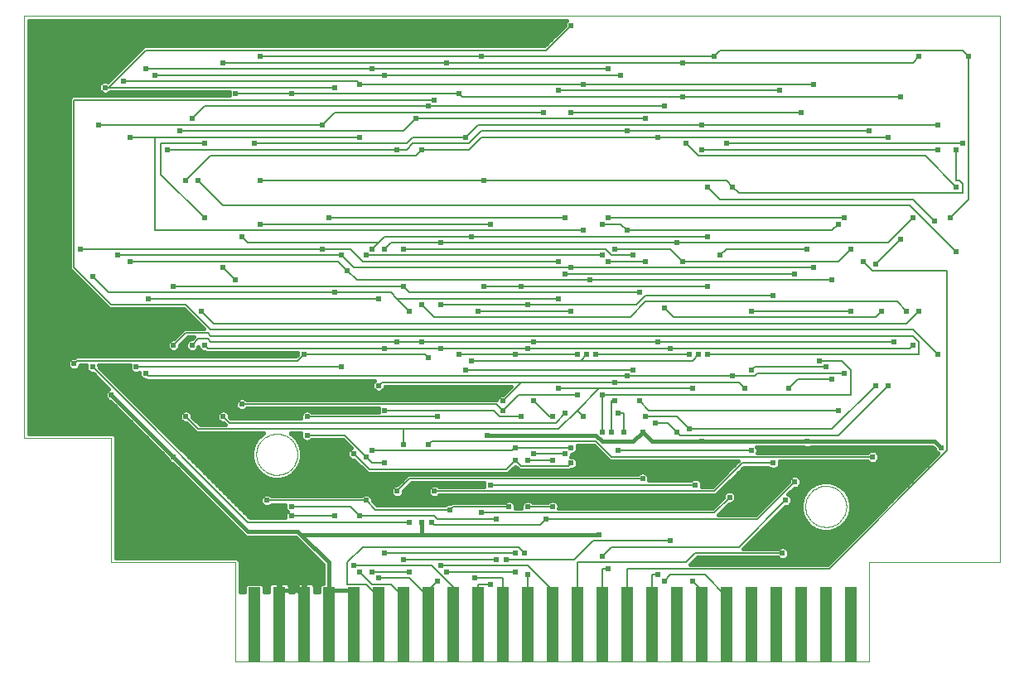
<source format=gbl>
G75*
%MOIN*%
%OFA0B0*%
%FSLAX24Y24*%
%IPPOS*%
%LPD*%
%AMOC8*
5,1,8,0,0,1.08239X$1,22.5*
%
%ADD10C,0.0000*%
%ADD11R,0.0500X0.3000*%
%ADD12C,0.0160*%
%ADD13C,0.0240*%
%ADD14C,0.0070*%
D10*
X005180Y005180D02*
X010180Y005180D01*
X010180Y001180D01*
X035680Y001180D01*
X035680Y005180D01*
X040930Y005180D01*
X040930Y027180D01*
X001680Y027180D01*
X001680Y010180D01*
X005180Y010180D01*
X005180Y005180D01*
X011009Y009534D02*
X011011Y009591D01*
X011017Y009648D01*
X011027Y009704D01*
X011040Y009760D01*
X011058Y009814D01*
X011079Y009867D01*
X011104Y009918D01*
X011132Y009968D01*
X011164Y010015D01*
X011198Y010061D01*
X011236Y010103D01*
X011277Y010143D01*
X011320Y010181D01*
X011366Y010215D01*
X011414Y010245D01*
X011464Y010273D01*
X011516Y010297D01*
X011570Y010317D01*
X011624Y010333D01*
X011680Y010346D01*
X011736Y010355D01*
X011793Y010360D01*
X011850Y010361D01*
X011907Y010358D01*
X011964Y010351D01*
X012020Y010340D01*
X012075Y010326D01*
X012129Y010307D01*
X012182Y010285D01*
X012233Y010260D01*
X012282Y010230D01*
X012329Y010198D01*
X012374Y010162D01*
X012416Y010124D01*
X012455Y010082D01*
X012491Y010038D01*
X012525Y009992D01*
X012555Y009943D01*
X012581Y009893D01*
X012604Y009841D01*
X012623Y009787D01*
X012639Y009732D01*
X012651Y009676D01*
X012659Y009619D01*
X012663Y009563D01*
X012663Y009505D01*
X012659Y009449D01*
X012651Y009392D01*
X012639Y009336D01*
X012623Y009281D01*
X012604Y009227D01*
X012581Y009175D01*
X012555Y009125D01*
X012525Y009076D01*
X012491Y009030D01*
X012455Y008986D01*
X012416Y008944D01*
X012374Y008906D01*
X012329Y008870D01*
X012282Y008838D01*
X012233Y008808D01*
X012182Y008783D01*
X012129Y008761D01*
X012075Y008742D01*
X012020Y008728D01*
X011964Y008717D01*
X011907Y008710D01*
X011850Y008707D01*
X011793Y008708D01*
X011736Y008713D01*
X011680Y008722D01*
X011624Y008735D01*
X011570Y008751D01*
X011516Y008771D01*
X011464Y008795D01*
X011414Y008823D01*
X011366Y008853D01*
X011320Y008887D01*
X011277Y008925D01*
X011236Y008965D01*
X011198Y009007D01*
X011164Y009053D01*
X011132Y009100D01*
X011104Y009150D01*
X011079Y009201D01*
X011058Y009254D01*
X011040Y009308D01*
X011027Y009364D01*
X011017Y009420D01*
X011011Y009477D01*
X011009Y009534D01*
X033098Y007435D02*
X033100Y007492D01*
X033106Y007549D01*
X033116Y007605D01*
X033129Y007661D01*
X033147Y007715D01*
X033168Y007768D01*
X033193Y007819D01*
X033221Y007869D01*
X033253Y007916D01*
X033287Y007962D01*
X033325Y008004D01*
X033366Y008044D01*
X033409Y008082D01*
X033455Y008116D01*
X033503Y008146D01*
X033553Y008174D01*
X033605Y008198D01*
X033659Y008218D01*
X033713Y008234D01*
X033769Y008247D01*
X033825Y008256D01*
X033882Y008261D01*
X033939Y008262D01*
X033996Y008259D01*
X034053Y008252D01*
X034109Y008241D01*
X034164Y008227D01*
X034218Y008208D01*
X034271Y008186D01*
X034322Y008161D01*
X034371Y008131D01*
X034418Y008099D01*
X034463Y008063D01*
X034505Y008025D01*
X034544Y007983D01*
X034580Y007939D01*
X034614Y007893D01*
X034644Y007844D01*
X034670Y007794D01*
X034693Y007742D01*
X034712Y007688D01*
X034728Y007633D01*
X034740Y007577D01*
X034748Y007520D01*
X034752Y007464D01*
X034752Y007406D01*
X034748Y007350D01*
X034740Y007293D01*
X034728Y007237D01*
X034712Y007182D01*
X034693Y007128D01*
X034670Y007076D01*
X034644Y007026D01*
X034614Y006977D01*
X034580Y006931D01*
X034544Y006887D01*
X034505Y006845D01*
X034463Y006807D01*
X034418Y006771D01*
X034371Y006739D01*
X034322Y006709D01*
X034271Y006684D01*
X034218Y006662D01*
X034164Y006643D01*
X034109Y006629D01*
X034053Y006618D01*
X033996Y006611D01*
X033939Y006608D01*
X033882Y006609D01*
X033825Y006614D01*
X033769Y006623D01*
X033713Y006636D01*
X033659Y006652D01*
X033605Y006672D01*
X033553Y006696D01*
X033503Y006724D01*
X033455Y006754D01*
X033409Y006788D01*
X033366Y006826D01*
X033325Y006866D01*
X033287Y006908D01*
X033253Y006954D01*
X033221Y007001D01*
X033193Y007051D01*
X033168Y007102D01*
X033147Y007155D01*
X033129Y007209D01*
X033116Y007265D01*
X033106Y007321D01*
X033100Y007378D01*
X033098Y007435D01*
D11*
X032930Y002680D03*
X031930Y002680D03*
X030930Y002680D03*
X029930Y002680D03*
X028930Y002680D03*
X027930Y002680D03*
X026930Y002680D03*
X025930Y002680D03*
X024930Y002680D03*
X023930Y002680D03*
X022930Y002680D03*
X021930Y002680D03*
X020930Y002680D03*
X019930Y002680D03*
X018930Y002680D03*
X017930Y002680D03*
X016930Y002680D03*
X015930Y002680D03*
X014930Y002680D03*
X013930Y002680D03*
X012930Y002680D03*
X011930Y002680D03*
X010930Y002680D03*
X033930Y002680D03*
X034930Y002680D03*
D12*
X033983Y005105D02*
X028477Y005105D01*
X028752Y005380D01*
X031987Y005380D01*
X032033Y005335D01*
X032128Y005295D01*
X032232Y005295D01*
X032327Y005335D01*
X032400Y005408D01*
X032440Y005503D01*
X032440Y005607D01*
X032400Y005702D01*
X032327Y005775D01*
X032232Y005815D01*
X032128Y005815D01*
X032033Y005775D01*
X031987Y005730D01*
X030602Y005730D01*
X030605Y005733D01*
X032292Y007420D01*
X032357Y007420D01*
X032452Y007460D01*
X032525Y007533D01*
X032565Y007628D01*
X032565Y007732D01*
X032525Y007827D01*
X032452Y007900D01*
X032414Y007916D01*
X032667Y008170D01*
X032732Y008170D01*
X032827Y008210D01*
X032900Y008283D01*
X032940Y008378D01*
X032940Y008482D01*
X032900Y008577D01*
X032827Y008650D01*
X032732Y008690D01*
X032628Y008690D01*
X032533Y008650D01*
X032460Y008577D01*
X032420Y008482D01*
X032420Y008417D01*
X031108Y007105D01*
X029602Y007105D01*
X030042Y007545D01*
X030107Y007545D01*
X030202Y007585D01*
X030275Y007658D01*
X030315Y007753D01*
X030315Y007857D01*
X030275Y007952D01*
X030202Y008025D01*
X030107Y008065D01*
X030003Y008065D01*
X029908Y008025D01*
X029835Y007952D01*
X029795Y007857D01*
X029795Y007792D01*
X029358Y007355D01*
X023180Y007355D01*
X023190Y007378D01*
X023190Y007482D01*
X023150Y007577D01*
X023077Y007650D01*
X022982Y007690D01*
X022878Y007690D01*
X022783Y007650D01*
X022737Y007605D01*
X022123Y007605D01*
X022077Y007650D01*
X021982Y007690D01*
X021878Y007690D01*
X021783Y007650D01*
X021710Y007577D01*
X021670Y007482D01*
X021670Y007378D01*
X021680Y007355D01*
X021430Y007355D01*
X021440Y007378D01*
X021440Y007482D01*
X021400Y007577D01*
X021327Y007650D01*
X021232Y007690D01*
X021128Y007690D01*
X021033Y007650D01*
X020987Y007605D01*
X018858Y007605D01*
X018818Y007565D01*
X018753Y007565D01*
X018658Y007525D01*
X018612Y007480D01*
X015877Y007480D01*
X015690Y007667D01*
X015690Y007732D01*
X015650Y007827D01*
X015577Y007900D01*
X015482Y007940D01*
X015378Y007940D01*
X015283Y007900D01*
X015237Y007855D01*
X011623Y007855D01*
X011577Y007900D01*
X011482Y007940D01*
X011378Y007940D01*
X011283Y007900D01*
X011210Y007827D01*
X011170Y007732D01*
X011170Y007628D01*
X011210Y007533D01*
X011283Y007460D01*
X011378Y007420D01*
X011482Y007420D01*
X011577Y007460D01*
X011623Y007505D01*
X012180Y007505D01*
X012170Y007482D01*
X012170Y007378D01*
X012210Y007283D01*
X012250Y007243D01*
X012210Y007202D01*
X012170Y007107D01*
X012170Y007003D01*
X012180Y006980D01*
X010752Y006980D01*
X004690Y013042D01*
X004690Y013107D01*
X004680Y013130D01*
X005930Y013130D01*
X005920Y013107D01*
X005920Y013003D01*
X005960Y012908D01*
X006033Y012835D01*
X006128Y012795D01*
X006232Y012795D01*
X006295Y012821D01*
X006295Y012753D01*
X006335Y012658D01*
X006408Y012585D01*
X006503Y012545D01*
X006568Y012545D01*
X006608Y012505D01*
X015762Y012505D01*
X015710Y012452D01*
X015670Y012357D01*
X015670Y012253D01*
X015710Y012158D01*
X015783Y012085D01*
X015878Y012045D01*
X015982Y012045D01*
X016077Y012085D01*
X016150Y012158D01*
X016190Y012253D01*
X016190Y012255D01*
X021258Y012255D01*
X020943Y011940D01*
X020878Y011940D01*
X020783Y011900D01*
X020710Y011827D01*
X020670Y011732D01*
X020670Y011730D01*
X010623Y011730D01*
X010577Y011775D01*
X010482Y011815D01*
X010378Y011815D01*
X010283Y011775D01*
X010210Y011702D01*
X010170Y011607D01*
X010170Y011503D01*
X010210Y011408D01*
X010283Y011335D01*
X010378Y011295D01*
X010482Y011295D01*
X010577Y011335D01*
X010623Y011380D01*
X015930Y011380D01*
X015920Y011357D01*
X015920Y011253D01*
X015930Y011230D01*
X013248Y011230D01*
X013202Y011275D01*
X013107Y011315D01*
X013003Y011315D01*
X012908Y011275D01*
X012835Y011202D01*
X012795Y011107D01*
X012795Y011003D01*
X012805Y010980D01*
X010002Y010980D01*
X009940Y011042D01*
X009940Y011107D01*
X009900Y011202D01*
X009827Y011275D01*
X009732Y011315D01*
X009628Y011315D01*
X009533Y011275D01*
X009460Y011202D01*
X009420Y011107D01*
X009420Y011003D01*
X009460Y010908D01*
X009533Y010835D01*
X009628Y010795D01*
X009693Y010795D01*
X009755Y010733D01*
X009758Y010730D01*
X008752Y010730D01*
X008440Y011042D01*
X008440Y011107D01*
X008400Y011202D01*
X008327Y011275D01*
X008232Y011315D01*
X008128Y011315D01*
X008033Y011275D01*
X007960Y011202D01*
X007920Y011107D01*
X007920Y011003D01*
X007960Y010908D01*
X008033Y010835D01*
X008128Y010795D01*
X008193Y010795D01*
X008505Y010483D01*
X008608Y010380D01*
X011288Y010380D01*
X011218Y010339D01*
X011030Y010152D01*
X010898Y009922D01*
X010829Y009666D01*
X010829Y009401D01*
X010898Y009145D01*
X011030Y008916D01*
X011218Y008728D01*
X011447Y008596D01*
X011703Y008527D01*
X011968Y008527D01*
X012224Y008596D01*
X012454Y008728D01*
X012641Y008916D01*
X012774Y009145D01*
X012843Y009401D01*
X012843Y009666D01*
X012774Y009922D01*
X012641Y010152D01*
X012454Y010339D01*
X012383Y010380D01*
X012805Y010380D01*
X012795Y010357D01*
X012795Y010253D01*
X012835Y010158D01*
X012908Y010085D01*
X013003Y010045D01*
X013107Y010045D01*
X013202Y010085D01*
X013248Y010130D01*
X014483Y010130D01*
X014821Y009791D01*
X014783Y009775D01*
X014710Y009702D01*
X014670Y009607D01*
X014670Y009503D01*
X014710Y009408D01*
X014783Y009335D01*
X014878Y009295D01*
X014943Y009295D01*
X015483Y008755D01*
X021127Y008755D01*
X021230Y008858D01*
X021417Y009045D01*
X021443Y009045D01*
X021505Y008983D01*
X021608Y008880D01*
X023627Y008880D01*
X023667Y008920D01*
X023732Y008920D01*
X023827Y008960D01*
X023900Y009033D01*
X023940Y009128D01*
X023940Y009232D01*
X023900Y009327D01*
X023827Y009400D01*
X023732Y009440D01*
X023664Y009440D01*
X023690Y009503D01*
X023690Y009545D01*
X023732Y009545D01*
X023827Y009585D01*
X023900Y009658D01*
X023940Y009753D01*
X023940Y009857D01*
X023930Y009880D01*
X024608Y009880D01*
X025130Y009358D01*
X025233Y009255D01*
X030383Y009255D01*
X030380Y009252D01*
X029358Y008230D01*
X028930Y008230D01*
X028940Y008253D01*
X028940Y008357D01*
X028900Y008452D01*
X028827Y008525D01*
X028732Y008565D01*
X028628Y008565D01*
X028533Y008525D01*
X028487Y008480D01*
X026805Y008480D01*
X026815Y008503D01*
X026815Y008607D01*
X026775Y008702D01*
X026702Y008775D01*
X026607Y008815D01*
X026503Y008815D01*
X026408Y008775D01*
X026362Y008730D01*
X017108Y008730D01*
X017005Y008627D01*
X016693Y008315D01*
X016628Y008315D01*
X016533Y008275D01*
X016460Y008202D01*
X016420Y008107D01*
X016420Y008003D01*
X016460Y007908D01*
X016533Y007835D01*
X016628Y007795D01*
X016732Y007795D01*
X016827Y007835D01*
X016900Y007908D01*
X016940Y008003D01*
X016940Y008068D01*
X017252Y008380D01*
X020180Y008380D01*
X020170Y008357D01*
X020170Y008253D01*
X020180Y008230D01*
X018373Y008230D01*
X018327Y008275D01*
X018232Y008315D01*
X018128Y008315D01*
X018033Y008275D01*
X017960Y008202D01*
X017920Y008107D01*
X017920Y008003D01*
X017960Y007908D01*
X018033Y007835D01*
X018128Y007795D01*
X018232Y007795D01*
X018327Y007835D01*
X018373Y007880D01*
X029502Y007880D01*
X030627Y009005D01*
X031612Y009005D01*
X031658Y008960D01*
X031753Y008920D01*
X031857Y008920D01*
X031952Y008960D01*
X032025Y009033D01*
X032065Y009128D01*
X032065Y009232D01*
X032055Y009255D01*
X035612Y009255D01*
X035658Y009210D01*
X035753Y009170D01*
X035857Y009170D01*
X035952Y009210D01*
X036025Y009283D01*
X036065Y009378D01*
X036065Y009482D01*
X036025Y009577D01*
X035952Y009650D01*
X035857Y009690D01*
X035753Y009690D01*
X035658Y009650D01*
X035612Y009605D01*
X031180Y009605D01*
X031190Y009628D01*
X031190Y009732D01*
X031150Y009827D01*
X031143Y009835D01*
X033032Y009835D01*
X033033Y009835D01*
X033128Y009795D01*
X033232Y009795D01*
X033327Y009835D01*
X033328Y009835D01*
X038214Y009835D01*
X038295Y009754D01*
X038295Y009753D01*
X038335Y009658D01*
X038408Y009585D01*
X038446Y009569D01*
X033983Y005105D01*
X034020Y005143D02*
X028515Y005143D01*
X028673Y005301D02*
X032114Y005301D01*
X032246Y005301D02*
X034179Y005301D01*
X034337Y005460D02*
X032422Y005460D01*
X032435Y005618D02*
X034496Y005618D01*
X034654Y005777D02*
X032325Y005777D01*
X032035Y005777D02*
X030649Y005777D01*
X030605Y005733D02*
X030605Y005733D01*
X030807Y005935D02*
X034813Y005935D01*
X034971Y006094D02*
X030966Y006094D01*
X031124Y006252D02*
X035130Y006252D01*
X035288Y006411D02*
X031283Y006411D01*
X031441Y006569D02*
X033411Y006569D01*
X033307Y006629D02*
X033536Y006497D01*
X033792Y006428D01*
X034058Y006428D01*
X034314Y006497D01*
X034543Y006629D01*
X034731Y006817D01*
X034863Y007046D01*
X034932Y007302D01*
X034932Y007567D01*
X034863Y007823D01*
X034731Y008053D01*
X034543Y008240D01*
X034314Y008373D01*
X034058Y008442D01*
X033792Y008442D01*
X033536Y008373D01*
X033307Y008240D01*
X033119Y008053D01*
X032987Y007823D01*
X032918Y007567D01*
X032918Y007302D01*
X032987Y007046D01*
X033119Y006817D01*
X033307Y006629D01*
X033208Y006728D02*
X031600Y006728D01*
X031758Y006886D02*
X033079Y006886D01*
X032988Y007045D02*
X031917Y007045D01*
X032075Y007203D02*
X032945Y007203D01*
X032918Y007362D02*
X032234Y007362D01*
X032513Y007520D02*
X032918Y007520D01*
X032948Y007679D02*
X032565Y007679D01*
X032516Y007837D02*
X032995Y007837D01*
X033086Y007996D02*
X032493Y007996D01*
X032651Y008154D02*
X033220Y008154D01*
X033432Y008313D02*
X032913Y008313D01*
X032940Y008471D02*
X037349Y008471D01*
X037507Y008630D02*
X032848Y008630D01*
X032512Y008630D02*
X030252Y008630D01*
X030410Y008788D02*
X037666Y008788D01*
X037824Y008947D02*
X031921Y008947D01*
X032055Y009105D02*
X037983Y009105D01*
X038141Y009264D02*
X036006Y009264D01*
X036065Y009422D02*
X038300Y009422D01*
X038418Y009581D02*
X036022Y009581D01*
X037190Y008313D02*
X034418Y008313D01*
X034629Y008154D02*
X037032Y008154D01*
X036873Y007996D02*
X034764Y007996D01*
X034855Y007837D02*
X036715Y007837D01*
X036556Y007679D02*
X034902Y007679D01*
X034932Y007520D02*
X036398Y007520D01*
X036239Y007362D02*
X034932Y007362D01*
X034905Y007203D02*
X036081Y007203D01*
X035922Y007045D02*
X034862Y007045D01*
X034771Y006886D02*
X035764Y006886D01*
X035605Y006728D02*
X034642Y006728D01*
X034439Y006569D02*
X035447Y006569D01*
X032420Y008471D02*
X030093Y008471D01*
X029935Y008313D02*
X032315Y008313D01*
X032157Y008154D02*
X029776Y008154D01*
X029878Y007996D02*
X029618Y007996D01*
X029795Y007837D02*
X018330Y007837D01*
X018030Y007837D02*
X016830Y007837D01*
X016937Y007996D02*
X017923Y007996D01*
X017940Y008154D02*
X017026Y008154D01*
X017185Y008313D02*
X018122Y008313D01*
X018238Y008313D02*
X020170Y008313D01*
X020430Y007805D02*
X020305Y007680D01*
X016680Y007680D01*
X016305Y008055D01*
X014930Y008055D01*
X010805Y008055D01*
X006930Y011930D01*
X011555Y011930D01*
X012055Y012430D01*
X012608Y013480D02*
X003733Y013480D01*
X003693Y013440D01*
X003628Y013440D01*
X003533Y013400D01*
X003460Y013327D01*
X003420Y013232D01*
X003420Y013128D01*
X003460Y013033D01*
X003533Y012960D01*
X003628Y012920D01*
X003732Y012920D01*
X003827Y012960D01*
X003900Y013033D01*
X003940Y013128D01*
X003940Y013130D01*
X004180Y013130D01*
X004170Y013107D01*
X004170Y013003D01*
X004210Y012908D01*
X004283Y012835D01*
X004378Y012795D01*
X004443Y012795D01*
X005071Y012166D01*
X005033Y012150D01*
X004960Y012077D01*
X004920Y011982D01*
X004920Y011878D01*
X004960Y011783D01*
X005033Y011710D01*
X005128Y011670D01*
X005129Y011670D01*
X007420Y009379D01*
X007420Y009378D01*
X007460Y009283D01*
X007533Y009210D01*
X007628Y009170D01*
X007629Y009170D01*
X010460Y006339D01*
X010460Y006339D01*
X010589Y006210D01*
X012589Y006210D01*
X012714Y006085D01*
X013710Y005089D01*
X013710Y004320D01*
X013622Y004320D01*
X013540Y004238D01*
X013540Y004010D01*
X013360Y004010D01*
X013360Y004204D01*
X013348Y004249D01*
X013324Y004291D01*
X013291Y004324D01*
X013249Y004348D01*
X013204Y004360D01*
X012975Y004360D01*
X012975Y002725D01*
X012885Y002725D01*
X012885Y004360D01*
X012656Y004360D01*
X012611Y004348D01*
X012569Y004324D01*
X012536Y004291D01*
X012512Y004249D01*
X012500Y004204D01*
X012500Y004010D01*
X012360Y004010D01*
X012360Y004204D01*
X012348Y004249D01*
X012324Y004291D01*
X012291Y004324D01*
X012249Y004348D01*
X012204Y004360D01*
X011975Y004360D01*
X011975Y002725D01*
X011885Y002725D01*
X011885Y004360D01*
X011656Y004360D01*
X011611Y004348D01*
X011569Y004324D01*
X011536Y004291D01*
X011512Y004249D01*
X011500Y004204D01*
X011500Y004010D01*
X011320Y004010D01*
X011320Y004238D01*
X011238Y004320D01*
X010622Y004320D01*
X010540Y004238D01*
X010540Y004010D01*
X010360Y004010D01*
X010360Y005255D01*
X010255Y005360D01*
X005360Y005360D01*
X005360Y010255D01*
X005255Y010360D01*
X001860Y010360D01*
X001860Y027000D01*
X023507Y027000D01*
X023460Y026952D01*
X023420Y026857D01*
X001860Y026857D01*
X001860Y026699D02*
X023326Y026699D01*
X023420Y026792D02*
X022608Y025980D01*
X006483Y025980D01*
X005042Y024540D01*
X004982Y024565D01*
X004878Y024565D01*
X004783Y024525D01*
X004710Y024452D01*
X004670Y024357D01*
X004670Y024253D01*
X004710Y024158D01*
X004783Y024085D01*
X004878Y024045D01*
X004982Y024045D01*
X005077Y024085D01*
X005123Y024130D01*
X009930Y024130D01*
X009920Y024107D01*
X009920Y024003D01*
X009930Y023980D01*
X003608Y023980D01*
X003505Y023877D01*
X003505Y016983D01*
X003608Y016880D01*
X005108Y015380D01*
X008108Y015380D01*
X008883Y014605D01*
X008108Y014605D01*
X008005Y014502D01*
X007693Y014190D01*
X007628Y014190D01*
X007533Y014150D01*
X007460Y014077D01*
X007420Y013982D01*
X007420Y013878D01*
X007460Y013783D01*
X007533Y013710D01*
X007628Y013670D01*
X007732Y013670D01*
X007827Y013710D01*
X007900Y013783D01*
X007940Y013878D01*
X007940Y013943D01*
X008252Y014255D01*
X008508Y014255D01*
X008505Y014252D01*
X008443Y014190D01*
X008378Y014190D01*
X008283Y014150D01*
X008210Y014077D01*
X008170Y013982D01*
X008170Y013878D01*
X008210Y013783D01*
X008283Y013710D01*
X008378Y013670D01*
X008482Y013670D01*
X008577Y013710D01*
X008650Y013783D01*
X008680Y013854D01*
X008710Y013783D01*
X008783Y013710D01*
X008878Y013670D01*
X008943Y013670D01*
X008983Y013630D01*
X012680Y013630D01*
X012670Y013607D01*
X012670Y013542D01*
X012608Y013480D01*
X012670Y013543D02*
X001860Y013543D01*
X001860Y013385D02*
X003517Y013385D01*
X003420Y013226D02*
X001860Y013226D01*
X001860Y013068D02*
X003445Y013068D01*
X003915Y013068D02*
X004170Y013068D01*
X004209Y012909D02*
X001860Y012909D01*
X001860Y012751D02*
X004487Y012751D01*
X004645Y012592D02*
X001860Y012592D01*
X001860Y012434D02*
X004804Y012434D01*
X004962Y012275D02*
X001860Y012275D01*
X001860Y012117D02*
X004999Y012117D01*
X004920Y011958D02*
X001860Y011958D01*
X001860Y011800D02*
X004953Y011800D01*
X005158Y011641D02*
X001860Y011641D01*
X001860Y011483D02*
X005316Y011483D01*
X005475Y011324D02*
X001860Y011324D01*
X001860Y011166D02*
X005633Y011166D01*
X005792Y011007D02*
X001860Y011007D01*
X001860Y010849D02*
X005950Y010849D01*
X006109Y010690D02*
X001860Y010690D01*
X001860Y010532D02*
X006267Y010532D01*
X006426Y010373D02*
X001860Y010373D01*
X005360Y010215D02*
X006584Y010215D01*
X006743Y010056D02*
X005360Y010056D01*
X005360Y009898D02*
X006901Y009898D01*
X007060Y009739D02*
X005360Y009739D01*
X005360Y009581D02*
X007218Y009581D01*
X007377Y009422D02*
X005360Y009422D01*
X005360Y009264D02*
X007479Y009264D01*
X007680Y009430D02*
X005180Y011930D01*
X005457Y012275D02*
X015670Y012275D01*
X015702Y012434D02*
X005299Y012434D01*
X005140Y012592D02*
X006400Y012592D01*
X006296Y012751D02*
X004982Y012751D01*
X004823Y012909D02*
X005959Y012909D01*
X005920Y013068D02*
X004690Y013068D01*
X005616Y012117D02*
X015751Y012117D01*
X016109Y012117D02*
X021119Y012117D01*
X020961Y011958D02*
X005774Y011958D01*
X005933Y011800D02*
X010341Y011800D01*
X010519Y011800D02*
X020698Y011800D01*
X020305Y010305D02*
X024680Y010305D01*
X024930Y010055D01*
X026180Y010055D01*
X026555Y010430D01*
X026930Y010055D01*
X028930Y010055D01*
X033180Y010055D01*
X038305Y010055D01*
X038555Y009805D01*
X038301Y009739D02*
X031187Y009739D01*
X030233Y009105D02*
X023930Y009105D01*
X023927Y009264D02*
X025224Y009264D01*
X025065Y009422D02*
X023775Y009422D01*
X023817Y009581D02*
X024907Y009581D01*
X024748Y009739D02*
X023934Y009739D01*
X023796Y008947D02*
X030074Y008947D01*
X029916Y008788D02*
X026672Y008788D01*
X026806Y008630D02*
X029757Y008630D01*
X029599Y008471D02*
X028882Y008471D01*
X028940Y008313D02*
X029440Y008313D01*
X029430Y007805D02*
X028430Y007805D01*
X026180Y007805D01*
X020930Y007805D01*
X020430Y007805D01*
X021101Y007679D02*
X015690Y007679D01*
X015641Y007837D02*
X016530Y007837D01*
X016423Y007996D02*
X009737Y007996D01*
X009578Y008154D02*
X016440Y008154D01*
X016622Y008313D02*
X009420Y008313D01*
X009261Y008471D02*
X016849Y008471D01*
X017007Y008630D02*
X012283Y008630D01*
X012514Y008788D02*
X015450Y008788D01*
X015291Y008947D02*
X012659Y008947D01*
X012751Y009105D02*
X015133Y009105D01*
X014974Y009264D02*
X012806Y009264D01*
X012843Y009422D02*
X014704Y009422D01*
X014670Y009581D02*
X012843Y009581D01*
X012823Y009739D02*
X014746Y009739D01*
X014715Y009898D02*
X012781Y009898D01*
X012697Y010056D02*
X012977Y010056D01*
X013133Y010056D02*
X014556Y010056D01*
X012811Y010215D02*
X012579Y010215D01*
X012396Y010373D02*
X012802Y010373D01*
X012795Y011007D02*
X009975Y011007D01*
X009916Y011166D02*
X012819Y011166D01*
X011276Y010373D02*
X007359Y010373D01*
X007201Y010532D02*
X008456Y010532D01*
X008297Y010690D02*
X007042Y010690D01*
X006884Y010849D02*
X008019Y010849D01*
X007920Y011007D02*
X006725Y011007D01*
X006567Y011166D02*
X007944Y011166D01*
X008416Y011166D02*
X009444Y011166D01*
X009420Y011007D02*
X008475Y011007D01*
X008634Y010849D02*
X009519Y010849D01*
X010179Y011483D02*
X006250Y011483D01*
X006091Y011641D02*
X010184Y011641D01*
X010308Y011324D02*
X006408Y011324D01*
X007518Y010215D02*
X011093Y010215D01*
X010975Y010056D02*
X007676Y010056D01*
X007835Y009898D02*
X010891Y009898D01*
X010848Y009739D02*
X007993Y009739D01*
X008152Y009581D02*
X010829Y009581D01*
X010829Y009422D02*
X008310Y009422D01*
X008469Y009264D02*
X010866Y009264D01*
X010921Y009105D02*
X008627Y009105D01*
X008786Y008947D02*
X011012Y008947D01*
X011158Y008788D02*
X008944Y008788D01*
X009103Y008630D02*
X011388Y008630D01*
X011219Y007837D02*
X009895Y007837D01*
X010054Y007679D02*
X011170Y007679D01*
X011222Y007520D02*
X010212Y007520D01*
X010371Y007362D02*
X012177Y007362D01*
X012210Y007203D02*
X010529Y007203D01*
X010688Y007045D02*
X012170Y007045D01*
X012680Y006430D02*
X012805Y006305D01*
X017680Y006305D01*
X017680Y006805D01*
X017680Y006305D02*
X024805Y006305D01*
X023183Y007362D02*
X029364Y007362D01*
X029523Y007520D02*
X023174Y007520D01*
X023009Y007679D02*
X029681Y007679D01*
X029430Y007805D02*
X030430Y008805D01*
X031430Y008805D01*
X033305Y008805D01*
X033680Y009180D01*
X031998Y007996D02*
X030232Y007996D01*
X030315Y007837D02*
X031840Y007837D01*
X031681Y007679D02*
X030284Y007679D01*
X030017Y007520D02*
X031523Y007520D01*
X031364Y007362D02*
X029859Y007362D01*
X029700Y007203D02*
X031206Y007203D01*
X031689Y008947D02*
X030569Y008947D01*
X026438Y008788D02*
X021160Y008788D01*
X021319Y008947D02*
X021541Y008947D01*
X021259Y007679D02*
X021851Y007679D01*
X022009Y007679D02*
X022851Y007679D01*
X021686Y007520D02*
X021424Y007520D01*
X021433Y007362D02*
X021677Y007362D01*
X018652Y007520D02*
X015837Y007520D01*
X013022Y005777D02*
X005360Y005777D01*
X005360Y005935D02*
X012864Y005935D01*
X012714Y006085D02*
X012714Y006085D01*
X012705Y006094D02*
X005360Y006094D01*
X005360Y006252D02*
X010547Y006252D01*
X010680Y006430D02*
X012680Y006430D01*
X012805Y006305D02*
X013930Y005180D01*
X013930Y004055D01*
X013930Y002680D01*
X012975Y002765D02*
X012885Y002765D01*
X012930Y002680D02*
X012930Y003805D01*
X012680Y004055D01*
X012680Y006055D01*
X013181Y005618D02*
X005360Y005618D01*
X005360Y005460D02*
X013339Y005460D01*
X013498Y005301D02*
X010314Y005301D01*
X010360Y005143D02*
X013656Y005143D01*
X013710Y004984D02*
X010360Y004984D01*
X010360Y004826D02*
X013710Y004826D01*
X013710Y004667D02*
X010360Y004667D01*
X010360Y004509D02*
X013710Y004509D01*
X013710Y004350D02*
X013241Y004350D01*
X013360Y004192D02*
X013540Y004192D01*
X013540Y004033D02*
X013360Y004033D01*
X012975Y004033D02*
X012885Y004033D01*
X012885Y003875D02*
X012975Y003875D01*
X012975Y003716D02*
X012885Y003716D01*
X012885Y003558D02*
X012975Y003558D01*
X012975Y003399D02*
X012885Y003399D01*
X012885Y003241D02*
X012975Y003241D01*
X012975Y003082D02*
X012885Y003082D01*
X012885Y002924D02*
X012975Y002924D01*
X011975Y002924D02*
X011885Y002924D01*
X011885Y003082D02*
X011975Y003082D01*
X011975Y003241D02*
X011885Y003241D01*
X011885Y003399D02*
X011975Y003399D01*
X011975Y003558D02*
X011885Y003558D01*
X011885Y003716D02*
X011975Y003716D01*
X011975Y003875D02*
X011885Y003875D01*
X011885Y004033D02*
X011975Y004033D01*
X011930Y004055D02*
X012680Y004055D01*
X012500Y004033D02*
X012360Y004033D01*
X012360Y004192D02*
X012500Y004192D01*
X012619Y004350D02*
X012241Y004350D01*
X011975Y004350D02*
X011885Y004350D01*
X011885Y004192D02*
X011975Y004192D01*
X011930Y004055D02*
X011930Y002680D01*
X011885Y002765D02*
X011975Y002765D01*
X011500Y004033D02*
X011320Y004033D01*
X011320Y004192D02*
X011500Y004192D01*
X011619Y004350D02*
X010360Y004350D01*
X010360Y004192D02*
X010540Y004192D01*
X010540Y004033D02*
X010360Y004033D01*
X012885Y004192D02*
X012975Y004192D01*
X012975Y004350D02*
X012885Y004350D01*
X013930Y004055D02*
X014930Y004055D01*
X014930Y002680D01*
X010680Y006430D02*
X007680Y009430D01*
X007694Y009105D02*
X005360Y009105D01*
X005360Y008947D02*
X007852Y008947D01*
X008011Y008788D02*
X005360Y008788D01*
X005360Y008630D02*
X008169Y008630D01*
X008328Y008471D02*
X005360Y008471D01*
X005360Y008313D02*
X008486Y008313D01*
X008645Y008154D02*
X005360Y008154D01*
X005360Y007996D02*
X008803Y007996D01*
X008962Y007837D02*
X005360Y007837D01*
X005360Y007679D02*
X009120Y007679D01*
X009279Y007520D02*
X005360Y007520D01*
X005360Y007362D02*
X009437Y007362D01*
X009596Y007203D02*
X005360Y007203D01*
X005360Y007045D02*
X009754Y007045D01*
X009913Y006886D02*
X005360Y006886D01*
X005360Y006728D02*
X010071Y006728D01*
X010230Y006569D02*
X005360Y006569D01*
X005360Y006411D02*
X010388Y006411D01*
X010552Y011324D02*
X015920Y011324D01*
X008802Y013702D02*
X008558Y013702D01*
X008302Y013702D02*
X007808Y013702D01*
X007932Y013860D02*
X008178Y013860D01*
X008185Y014019D02*
X008016Y014019D01*
X008175Y014177D02*
X008347Y014177D01*
X007838Y014336D02*
X001860Y014336D01*
X001860Y014494D02*
X007997Y014494D01*
X008518Y014970D02*
X001860Y014970D01*
X001860Y015128D02*
X008359Y015128D01*
X008201Y015287D02*
X001860Y015287D01*
X001860Y015445D02*
X005042Y015445D01*
X004884Y015604D02*
X001860Y015604D01*
X001860Y015762D02*
X004725Y015762D01*
X004567Y015921D02*
X001860Y015921D01*
X001860Y016079D02*
X004408Y016079D01*
X004250Y016238D02*
X001860Y016238D01*
X001860Y016396D02*
X004091Y016396D01*
X003933Y016555D02*
X001860Y016555D01*
X001860Y016713D02*
X003774Y016713D01*
X003616Y016872D02*
X001860Y016872D01*
X001860Y017030D02*
X003505Y017030D01*
X003505Y017189D02*
X001860Y017189D01*
X001860Y017347D02*
X003505Y017347D01*
X003505Y017506D02*
X001860Y017506D01*
X001860Y017664D02*
X003505Y017664D01*
X003505Y017823D02*
X001860Y017823D01*
X001860Y017981D02*
X003505Y017981D01*
X003505Y018140D02*
X001860Y018140D01*
X001860Y018298D02*
X003505Y018298D01*
X003505Y018457D02*
X001860Y018457D01*
X001860Y018615D02*
X003505Y018615D01*
X003505Y018774D02*
X001860Y018774D01*
X001860Y018932D02*
X003505Y018932D01*
X003505Y019091D02*
X001860Y019091D01*
X001860Y019249D02*
X003505Y019249D01*
X003505Y019408D02*
X001860Y019408D01*
X001860Y019566D02*
X003505Y019566D01*
X003505Y019725D02*
X001860Y019725D01*
X001860Y019883D02*
X003505Y019883D01*
X003505Y020042D02*
X001860Y020042D01*
X001860Y020200D02*
X003505Y020200D01*
X003505Y020359D02*
X001860Y020359D01*
X001860Y020517D02*
X003505Y020517D01*
X003505Y020676D02*
X001860Y020676D01*
X001860Y020834D02*
X003505Y020834D01*
X003505Y020993D02*
X001860Y020993D01*
X001860Y021151D02*
X003505Y021151D01*
X003505Y021310D02*
X001860Y021310D01*
X001860Y021468D02*
X003505Y021468D01*
X003505Y021627D02*
X001860Y021627D01*
X001860Y021785D02*
X003505Y021785D01*
X003505Y021944D02*
X001860Y021944D01*
X001860Y022102D02*
X003505Y022102D01*
X003505Y022261D02*
X001860Y022261D01*
X001860Y022419D02*
X003505Y022419D01*
X003505Y022578D02*
X001860Y022578D01*
X001860Y022736D02*
X003505Y022736D01*
X003505Y022895D02*
X001860Y022895D01*
X001860Y023053D02*
X003505Y023053D01*
X003505Y023212D02*
X001860Y023212D01*
X001860Y023370D02*
X003505Y023370D01*
X003505Y023529D02*
X001860Y023529D01*
X001860Y023687D02*
X003505Y023687D01*
X003505Y023846D02*
X001860Y023846D01*
X001860Y024004D02*
X009920Y024004D01*
X006409Y025906D02*
X001860Y025906D01*
X001860Y025748D02*
X006250Y025748D01*
X006092Y025589D02*
X001860Y025589D01*
X001860Y025431D02*
X005933Y025431D01*
X005775Y025272D02*
X001860Y025272D01*
X001860Y025114D02*
X005616Y025114D01*
X005458Y024955D02*
X001860Y024955D01*
X001860Y024797D02*
X005299Y024797D01*
X005141Y024638D02*
X001860Y024638D01*
X001860Y024480D02*
X004737Y024480D01*
X004670Y024321D02*
X001860Y024321D01*
X001860Y024163D02*
X004708Y024163D01*
X001860Y026065D02*
X022692Y026065D01*
X022851Y026223D02*
X001860Y026223D01*
X001860Y026382D02*
X023009Y026382D01*
X023168Y026540D02*
X001860Y026540D01*
X001860Y014811D02*
X008676Y014811D01*
X008835Y014653D02*
X001860Y014653D01*
X001860Y014177D02*
X007597Y014177D01*
X007435Y014019D02*
X001860Y014019D01*
X001860Y013860D02*
X007428Y013860D01*
X007552Y013702D02*
X001860Y013702D01*
X023420Y026792D02*
X023420Y026857D01*
D13*
X023680Y026805D03*
X025180Y025055D03*
X025680Y024805D03*
X024180Y024430D03*
X023180Y024180D03*
X023680Y023305D03*
X022555Y023305D03*
X019430Y022305D03*
X017680Y021805D03*
X016680Y021805D03*
X015180Y022305D03*
X013680Y022805D03*
X012430Y024055D03*
X014180Y024305D03*
X015180Y024430D03*
X015680Y025055D03*
X016180Y024805D03*
X017930Y023555D03*
X018180Y023805D03*
X019180Y024055D03*
X017430Y023055D03*
X018680Y025305D03*
X020055Y025555D03*
X025930Y022555D03*
X026680Y023055D03*
X027430Y023555D03*
X028180Y023930D03*
X028930Y022805D03*
X028305Y022055D03*
X028930Y021805D03*
X029930Y022055D03*
X030180Y020305D03*
X029180Y020305D03*
X029180Y018305D03*
X029680Y017555D03*
X029180Y016305D03*
X028180Y017305D03*
X027930Y018055D03*
X026680Y017305D03*
X026180Y017555D03*
X025430Y017805D03*
X025180Y017305D03*
X024930Y017555D03*
X024430Y016555D03*
X023680Y017055D03*
X023430Y016805D03*
X023180Y017305D03*
X024180Y018555D03*
X024930Y018805D03*
X025180Y019055D03*
X025930Y018555D03*
X023430Y019055D03*
X020430Y018805D03*
X019680Y018305D03*
X018430Y018055D03*
X016930Y017805D03*
X016180Y017805D03*
X015680Y017805D03*
X015430Y017555D03*
X014680Y016930D03*
X014430Y017555D03*
X013680Y017805D03*
X013930Y019055D03*
X011180Y018805D03*
X010430Y018305D03*
X009680Y017055D03*
X010180Y016555D03*
X008805Y015305D03*
X008930Y013930D03*
X008430Y013930D03*
X007680Y013930D03*
X006180Y013055D03*
X006555Y012805D03*
X006930Y011930D03*
X008180Y011055D03*
X009680Y011055D03*
X010430Y011555D03*
X012055Y012430D03*
X012930Y013555D03*
X014430Y013055D03*
X015930Y012305D03*
X016180Y011305D03*
X016930Y009930D03*
X017930Y009930D03*
X018305Y011055D03*
X020305Y010305D03*
X020930Y011305D03*
X020930Y011680D03*
X021680Y011055D03*
X022180Y011680D03*
X022930Y011055D03*
X023430Y011180D03*
X024180Y011055D03*
X024930Y010430D03*
X025305Y010430D03*
X025805Y010430D03*
X026555Y010430D03*
X027055Y010805D03*
X026680Y011055D03*
X026430Y011680D03*
X025430Y011680D03*
X024930Y011930D03*
X025430Y012430D03*
X025930Y012680D03*
X026180Y012930D03*
X027680Y013805D03*
X027180Y014055D03*
X028430Y013555D03*
X028805Y013555D03*
X029180Y013555D03*
X030180Y012680D03*
X030680Y012180D03*
X030930Y012930D03*
X032430Y012180D03*
X033680Y013305D03*
X033930Y013055D03*
X034680Y012805D03*
X034180Y012555D03*
X035930Y012305D03*
X036430Y012305D03*
X034430Y011305D03*
X033180Y010055D03*
X033680Y009180D03*
X032680Y008430D03*
X032305Y007680D03*
X031430Y008805D03*
X031805Y009180D03*
X030930Y009680D03*
X028930Y010055D03*
X028430Y010555D03*
X027930Y010430D03*
X028555Y012180D03*
X025555Y011180D03*
X023930Y011930D03*
X023180Y012180D03*
X023930Y013555D03*
X024305Y013555D03*
X024680Y013555D03*
X023680Y015305D03*
X023180Y015805D03*
X021930Y015555D03*
X021680Y016305D03*
X020180Y016305D03*
X019930Y015305D03*
X018430Y015555D03*
X017680Y015555D03*
X017180Y015305D03*
X015930Y015805D03*
X016930Y016305D03*
X014180Y016055D03*
X016680Y014055D03*
X016180Y013805D03*
X017680Y014055D03*
X017930Y013430D03*
X018430Y013805D03*
X019180Y013555D03*
X019680Y013305D03*
X019430Y012930D03*
X021430Y013555D03*
X021930Y013805D03*
X022180Y014055D03*
X026430Y016055D03*
X027430Y015430D03*
X030930Y015305D03*
X031805Y015930D03*
X032680Y016805D03*
X033430Y017055D03*
X033180Y017805D03*
X034180Y016555D03*
X035430Y017305D03*
X035930Y017180D03*
X034930Y017805D03*
X034430Y018805D03*
X034680Y019055D03*
X036930Y018180D03*
X037430Y019055D03*
X038305Y018930D03*
X038930Y019055D03*
X039180Y020305D03*
X039180Y021805D03*
X039430Y022055D03*
X038430Y021805D03*
X038430Y022805D03*
X036930Y023930D03*
X035680Y022555D03*
X036430Y022305D03*
X032930Y023305D03*
X032055Y024180D03*
X033430Y024430D03*
X029430Y025555D03*
X028180Y025305D03*
X027180Y022305D03*
X020180Y020555D03*
X011180Y020555D03*
X010930Y022055D03*
X008930Y022055D03*
X007930Y022555D03*
X008430Y023055D03*
X010180Y024055D03*
X009680Y025305D03*
X011180Y025555D03*
X006930Y024805D03*
X006555Y025055D03*
X005680Y024555D03*
X004930Y024305D03*
X004680Y022805D03*
X005930Y022305D03*
X007430Y021805D03*
X008180Y020555D03*
X008680Y020555D03*
X008930Y019055D03*
X005930Y017305D03*
X005430Y017555D03*
X004430Y016680D03*
X003930Y017805D03*
X006680Y015805D03*
X007680Y016305D03*
X004430Y013055D03*
X003680Y013180D03*
X005180Y011930D03*
X007680Y009430D03*
X011430Y007680D03*
X012430Y007430D03*
X012430Y007055D03*
X012680Y006055D03*
X014180Y007055D03*
X015180Y007055D03*
X015430Y007680D03*
X014930Y008055D03*
X016180Y009180D03*
X015430Y009430D03*
X015680Y009680D03*
X014930Y009555D03*
X013055Y010305D03*
X013055Y011055D03*
X016680Y008055D03*
X018180Y008055D03*
X018805Y007305D03*
X018055Y006805D03*
X017680Y006805D03*
X017180Y006805D03*
X016180Y005555D03*
X016930Y005305D03*
X017180Y004805D03*
X018305Y004430D03*
X018680Y004805D03*
X018430Y005055D03*
X019805Y004555D03*
X020430Y004305D03*
X020680Y005305D03*
X021055Y005305D03*
X021430Y005555D03*
X021805Y005555D03*
X021430Y004805D03*
X021930Y004680D03*
X024805Y006305D03*
X024930Y005430D03*
X025180Y004930D03*
X027180Y004680D03*
X027430Y004430D03*
X028555Y004430D03*
X027680Y006055D03*
X028430Y007805D03*
X028680Y008305D03*
X029430Y007805D03*
X030055Y007805D03*
X032180Y005555D03*
X035805Y009430D03*
X038555Y009805D03*
X038430Y013555D03*
X037430Y013930D03*
X036680Y014055D03*
X036180Y015305D03*
X037180Y015305D03*
X037680Y015305D03*
X034930Y015305D03*
X039180Y017680D03*
X039680Y025555D03*
X037680Y025555D03*
X025555Y009680D03*
X026555Y008555D03*
X026180Y007805D03*
X023680Y009180D03*
X023430Y009555D03*
X023680Y009805D03*
X022930Y009305D03*
X022180Y009555D03*
X021930Y009305D03*
X021430Y009305D03*
X021430Y009805D03*
X020430Y008305D03*
X020430Y007805D03*
X020930Y007805D03*
X021180Y007430D03*
X020680Y006930D03*
X020055Y007180D03*
X021930Y007430D03*
X022680Y006930D03*
X022930Y007430D03*
X015930Y004555D03*
X015680Y004805D03*
X015180Y004805D03*
X014930Y005055D03*
D14*
X018055Y005055D01*
X018930Y004180D01*
X018930Y002680D01*
X019930Y002680D02*
X019930Y004305D01*
X020430Y004305D01*
X020930Y004555D02*
X019805Y004555D01*
X020930Y004555D02*
X020930Y002680D01*
X021930Y002680D02*
X021930Y004680D01*
X021930Y005055D02*
X022930Y004055D01*
X022930Y002680D01*
X023930Y002680D02*
X023930Y005180D01*
X028305Y005180D01*
X028680Y005555D01*
X032180Y005555D01*
X034055Y004930D02*
X038805Y009680D01*
X038805Y016930D01*
X035805Y016930D01*
X035430Y017305D01*
X035930Y017180D02*
X036930Y018180D01*
X036430Y018055D02*
X027930Y018055D01*
X018430Y018055D01*
X016430Y018055D01*
X016180Y017805D01*
X015930Y018055D02*
X010680Y018055D01*
X010430Y018305D01*
X011180Y018805D02*
X020430Y018805D01*
X019680Y018305D02*
X029180Y018305D01*
X029930Y017805D02*
X033180Y017805D01*
X033430Y017055D02*
X023680Y017055D01*
X014930Y017055D01*
X014430Y017555D01*
X005430Y017555D01*
X005930Y017305D02*
X014305Y017305D01*
X014680Y016930D01*
X015055Y016555D01*
X024430Y016555D01*
X034180Y016555D01*
X034430Y017305D02*
X028180Y017305D01*
X027680Y017805D01*
X025430Y017805D01*
X025305Y017555D02*
X026180Y017555D01*
X026680Y017305D02*
X025180Y017305D01*
X025305Y017555D02*
X025055Y017805D01*
X016930Y017805D01*
X016180Y018305D02*
X019680Y018305D01*
X020180Y016305D02*
X021680Y016305D01*
X029180Y016305D01*
X029680Y017555D02*
X029930Y017805D01*
X031805Y015930D02*
X026680Y015930D01*
X026305Y015555D01*
X021930Y015555D01*
X018430Y015555D01*
X018180Y015055D02*
X017680Y015555D01*
X017180Y015305D02*
X016680Y015805D01*
X023180Y015805D01*
X023680Y015305D02*
X019930Y015305D01*
X018180Y015055D02*
X026055Y015055D01*
X026680Y015680D01*
X036805Y015680D01*
X037180Y015305D01*
X037180Y014805D02*
X009305Y014805D01*
X008805Y015305D01*
X008180Y015555D02*
X005180Y015555D01*
X003680Y017055D01*
X003680Y023805D01*
X018180Y023805D01*
X017930Y023555D02*
X027430Y023555D01*
X028180Y023930D02*
X036930Y023930D01*
X038430Y022805D02*
X028930Y022805D01*
X019930Y022805D01*
X019430Y022305D01*
X017305Y022305D01*
X017055Y022055D01*
X010930Y022055D01*
X009180Y021555D02*
X017430Y021555D01*
X017680Y021805D01*
X019555Y021805D01*
X020055Y022305D01*
X027180Y022305D01*
X036430Y022305D01*
X035680Y022555D02*
X025930Y022555D01*
X020055Y022555D01*
X019555Y022055D01*
X017305Y022055D01*
X017055Y021805D01*
X016680Y021805D01*
X007430Y021805D01*
X007180Y022055D02*
X008930Y022055D01*
X009180Y021555D02*
X008180Y020555D01*
X008680Y020555D02*
X009680Y019555D01*
X037305Y019555D01*
X039180Y017680D01*
X038305Y018930D02*
X037430Y019805D01*
X029680Y019805D01*
X029180Y020305D01*
X029930Y020555D02*
X020180Y020555D01*
X011180Y020555D01*
X008930Y019055D02*
X007180Y020805D01*
X007180Y022055D01*
X006930Y022305D02*
X006930Y018555D01*
X024180Y018555D01*
X024930Y018805D02*
X025680Y018805D01*
X025930Y018555D01*
X034180Y018555D01*
X034430Y018805D01*
X034680Y019055D02*
X025180Y019055D01*
X023430Y019055D02*
X013930Y019055D01*
X013680Y017805D02*
X014805Y017805D01*
X015305Y017305D01*
X023180Y017305D01*
X023430Y016805D02*
X032680Y016805D01*
X034430Y017305D02*
X034930Y017805D01*
X036430Y018055D02*
X037430Y019055D01*
X038930Y019055D02*
X039680Y019805D01*
X039680Y025555D01*
X039430Y025805D01*
X029680Y025805D01*
X029430Y025555D01*
X020055Y025555D01*
X011180Y025555D01*
X009680Y025305D02*
X018680Y025305D01*
X028180Y025305D01*
X037430Y025305D01*
X037680Y025555D01*
X033430Y024430D02*
X024180Y024430D01*
X015180Y024430D01*
X015055Y024555D01*
X005680Y024555D01*
X005055Y024305D02*
X006555Y025805D01*
X022680Y025805D01*
X023680Y026805D01*
X025180Y025055D02*
X015680Y025055D01*
X006555Y025055D01*
X006930Y024805D02*
X016180Y024805D01*
X025680Y024805D01*
X023680Y023305D02*
X032930Y023305D01*
X032055Y024180D02*
X023180Y024180D01*
X022555Y023305D02*
X014180Y023305D01*
X013680Y022805D01*
X004680Y022805D01*
X005930Y022305D02*
X006930Y022305D01*
X015180Y022305D01*
X016930Y022555D02*
X017430Y023055D01*
X026680Y023055D01*
X028180Y023930D02*
X019305Y023930D01*
X019180Y024055D01*
X012430Y024055D01*
X010180Y024055D01*
X008930Y023555D02*
X017930Y023555D01*
X016930Y022555D02*
X007930Y022555D01*
X008430Y023055D02*
X008930Y023555D01*
X005055Y024305D02*
X014180Y024305D01*
X016180Y018305D02*
X015930Y018055D01*
X015680Y017805D01*
X015430Y017555D02*
X024930Y017555D01*
X026430Y016055D02*
X017180Y016055D01*
X016930Y016305D01*
X007680Y016305D01*
X006680Y015805D02*
X015930Y015805D01*
X016430Y016055D02*
X014180Y016055D01*
X005055Y016055D01*
X004430Y016680D01*
X003930Y017805D02*
X013680Y017805D01*
X016430Y016055D02*
X016680Y015805D01*
X016680Y014055D02*
X009180Y014055D01*
X009055Y014180D01*
X008680Y014180D01*
X008430Y013930D01*
X008930Y013930D02*
X009055Y013805D01*
X016180Y013805D01*
X018430Y013805D01*
X021930Y013805D01*
X027680Y013805D01*
X037305Y013805D01*
X037430Y013930D01*
X037680Y014055D02*
X037680Y013555D01*
X029180Y013555D01*
X028805Y013555D02*
X028555Y013305D01*
X024055Y013305D01*
X024305Y013555D01*
X024055Y013305D02*
X019680Y013305D01*
X019430Y012930D02*
X026180Y012930D01*
X025930Y012680D02*
X006680Y012680D01*
X006555Y012805D01*
X006180Y013055D02*
X014430Y013055D01*
X012930Y013555D02*
X012680Y013305D01*
X003805Y013305D01*
X003680Y013180D01*
X004430Y013055D02*
X010680Y006805D01*
X017180Y006805D01*
X018055Y006805D02*
X018180Y006680D01*
X022430Y006680D01*
X022680Y006930D01*
X031180Y006930D01*
X032680Y008430D01*
X032305Y007680D02*
X030430Y005805D01*
X025305Y005805D01*
X024930Y005430D01*
X024930Y004930D02*
X025180Y004930D01*
X024930Y004930D02*
X024930Y002680D01*
X025930Y002680D02*
X025930Y004930D01*
X034055Y004930D01*
X029930Y003805D02*
X029930Y002680D01*
X028930Y002680D02*
X028930Y004055D01*
X028555Y004430D01*
X029055Y004680D02*
X029930Y003805D01*
X029055Y004680D02*
X027680Y004680D01*
X027430Y004430D01*
X027180Y004680D02*
X026930Y004680D01*
X026930Y002680D01*
X023805Y005305D02*
X024555Y006055D01*
X027680Y006055D01*
X029430Y007180D02*
X030055Y007805D01*
X029430Y008055D02*
X030555Y009180D01*
X031805Y009180D01*
X030930Y009680D02*
X025555Y009680D01*
X025305Y009430D02*
X035805Y009430D01*
X034430Y010305D02*
X028055Y010305D01*
X027930Y010430D01*
X027555Y010805D01*
X027055Y010805D01*
X026680Y011055D02*
X027930Y011055D01*
X028430Y010555D01*
X034180Y010555D01*
X035930Y012305D01*
X036430Y012305D02*
X034430Y010305D01*
X034430Y011305D02*
X026805Y011305D01*
X026430Y011680D01*
X025805Y011180D02*
X025555Y011180D01*
X025805Y011180D02*
X025805Y010430D01*
X025305Y010430D02*
X025305Y011680D01*
X025430Y011680D01*
X024930Y011930D02*
X034930Y011930D01*
X034930Y012930D01*
X034555Y013305D01*
X033680Y013305D01*
X033930Y013055D02*
X031055Y013055D01*
X030930Y012930D01*
X031055Y012680D02*
X031180Y012805D01*
X034680Y012805D01*
X034180Y012555D02*
X032805Y012555D01*
X032430Y012180D01*
X031055Y012680D02*
X030180Y012680D01*
X025930Y012680D01*
X025430Y012430D02*
X021680Y012430D01*
X016055Y012430D01*
X015930Y012305D01*
X016180Y011305D02*
X020555Y011305D01*
X020805Y011055D01*
X021680Y011055D01*
X020930Y011305D02*
X020680Y011555D01*
X010430Y011555D01*
X009930Y010805D02*
X009680Y011055D01*
X009930Y010805D02*
X023055Y010805D01*
X023430Y011180D01*
X022930Y011055D02*
X022805Y011055D01*
X022180Y011680D01*
X021555Y011930D02*
X023930Y011930D01*
X023180Y012180D02*
X024805Y012180D01*
X023930Y011305D01*
X024180Y011055D01*
X023930Y011305D02*
X023180Y010555D01*
X016930Y010555D01*
X016930Y009930D01*
X016930Y010555D02*
X008680Y010555D01*
X008180Y011055D01*
X007680Y013930D02*
X008180Y014430D01*
X009055Y014430D01*
X009180Y014305D01*
X037430Y014305D01*
X037680Y014055D01*
X037430Y014555D02*
X009180Y014555D01*
X008180Y015555D01*
X009680Y017055D02*
X010180Y016555D01*
X012930Y013555D02*
X017805Y013555D01*
X017930Y013430D01*
X017680Y014055D02*
X022180Y014055D01*
X027180Y014055D01*
X036680Y014055D01*
X037430Y014555D02*
X038430Y013555D01*
X037180Y014805D02*
X037680Y015305D01*
X036180Y015305D02*
X035930Y015055D01*
X027805Y015055D01*
X027430Y015430D01*
X028430Y013555D02*
X024680Y013555D01*
X023930Y013555D02*
X021430Y013555D01*
X019180Y013555D01*
X017680Y014055D02*
X016680Y014055D01*
X020930Y011680D02*
X021680Y012430D01*
X021555Y011930D02*
X020930Y011305D01*
X021430Y009805D02*
X021305Y009680D01*
X015680Y009680D01*
X015430Y009430D02*
X014555Y010305D01*
X013055Y010305D01*
X013055Y011055D02*
X018305Y011055D01*
X018055Y010055D02*
X017930Y009930D01*
X018055Y010055D02*
X024680Y010055D01*
X025305Y009430D01*
X024930Y010430D02*
X024930Y011930D01*
X024805Y012180D02*
X028555Y012180D01*
X030430Y012430D02*
X025430Y012430D01*
X023680Y009805D02*
X021430Y009805D01*
X022180Y009555D02*
X023430Y009555D01*
X023680Y009180D02*
X023555Y009055D01*
X021680Y009055D01*
X021430Y009305D01*
X021055Y008930D01*
X015555Y008930D01*
X014930Y009555D01*
X015430Y009430D02*
X015680Y009180D01*
X016180Y009180D01*
X017180Y008555D02*
X026555Y008555D01*
X028680Y008305D02*
X020430Y008305D01*
X021180Y007430D02*
X018930Y007430D01*
X018805Y007305D01*
X015805Y007305D01*
X015430Y007680D01*
X011430Y007680D01*
X012430Y007430D02*
X014805Y007430D01*
X015180Y007055D01*
X018180Y007055D01*
X018305Y006930D01*
X020680Y006930D01*
X020055Y007180D02*
X029430Y007180D01*
X029430Y008055D02*
X018180Y008055D01*
X017180Y008555D02*
X016680Y008055D01*
X014180Y007055D02*
X012430Y007055D01*
X014680Y005180D02*
X014680Y004305D01*
X015430Y004305D01*
X015930Y003805D01*
X015930Y002680D01*
X016930Y002680D02*
X016930Y003805D01*
X016430Y004305D01*
X015680Y004305D01*
X015180Y004805D01*
X015680Y004805D02*
X017180Y004805D01*
X017180Y004555D02*
X017805Y003930D01*
X017930Y002680D01*
X017930Y003805D01*
X017805Y003930D01*
X018305Y004430D01*
X018680Y004805D02*
X021430Y004805D01*
X021930Y005055D02*
X018430Y005055D01*
X017180Y004555D02*
X015930Y004555D01*
X016930Y005305D02*
X020680Y005305D01*
X021055Y005305D02*
X023805Y005305D01*
X021805Y005555D02*
X021555Y005805D01*
X015305Y005805D01*
X014680Y005180D01*
X016180Y005555D02*
X021430Y005555D01*
X021930Y007430D02*
X022930Y007430D01*
X022930Y009305D02*
X021930Y009305D01*
X030430Y012430D02*
X030680Y012180D01*
X030930Y015305D02*
X034930Y015305D01*
X030430Y020055D02*
X030180Y020305D01*
X029930Y020555D01*
X030430Y020055D02*
X039430Y020055D01*
X039430Y020430D01*
X039305Y020555D01*
X039180Y020555D01*
X039180Y021805D01*
X039430Y022055D02*
X029930Y022055D01*
X028930Y021805D02*
X038430Y021805D01*
X037930Y021555D02*
X028805Y021555D01*
X028305Y022055D01*
X037930Y021555D02*
X039180Y020305D01*
X005055Y024305D02*
X004930Y024305D01*
M02*

</source>
